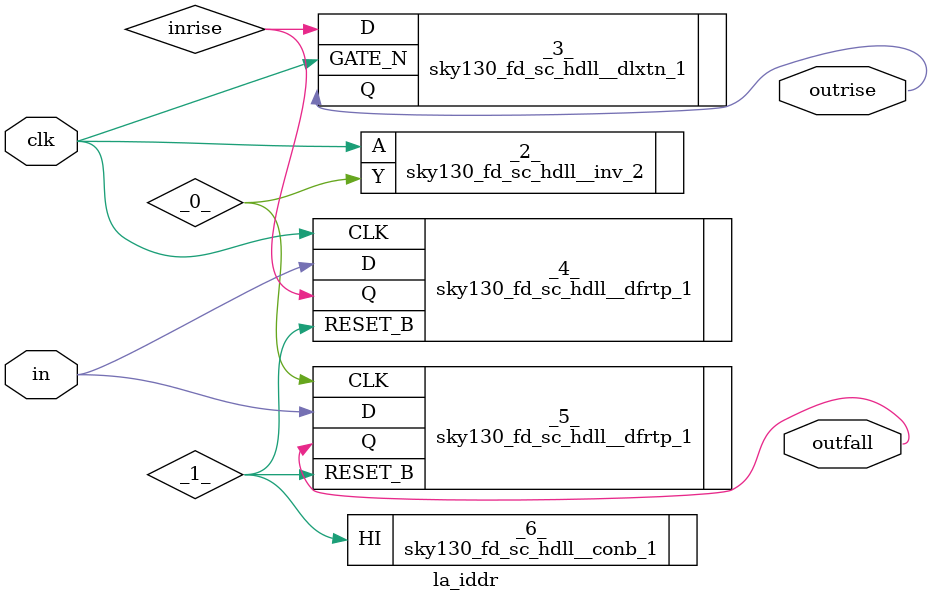
<source format=v>

/* Generated by Yosys 0.44 (git sha1 80ba43d26, g++ 11.4.0-1ubuntu1~22.04 -fPIC -O3) */

(* top =  1  *)
(* src = "inputs/la_iddr.v:10.1-29.10" *)
module la_iddr (
    clk,
    in,
    outrise,
    outfall
);
  wire _0_;
  wire _1_;
  (* src = "inputs/la_iddr.v:13.16-13.19" *)
  input clk;
  wire clk;
  (* src = "inputs/la_iddr.v:14.16-14.18" *)
  input in;
  wire in;
  (* src = "inputs/la_iddr.v:23.7-23.13" *)
  wire inrise;
  (* src = "inputs/la_iddr.v:16.16-16.23" *)
  output outfall;
  wire outfall;
  (* src = "inputs/la_iddr.v:15.16-15.23" *)
  output outrise;
  wire outrise;
  sky130_fd_sc_hdll__inv_2 _2_ (
      .A(clk),
      .Y(_0_)
  );
  (* module_not_derived = 32'b00000000000000000000000000000001 *)
      (* src = "inputs/la_iddr.v:27.3-27.55|/home/pgadfort/lambdapdk/lambdapdk/sky130/libs/sky130hdll/techmap/yosys/cells_latch.v:2.32-6.10" *)
  sky130_fd_sc_hdll__dlxtn_1 _3_ (
      .D(inrise),
      .GATE_N(clk),
      .Q(outrise)
  );
  (* src = "inputs/la_iddr.v:24.3-24.38" *)
  sky130_fd_sc_hdll__dfrtp_1 _4_ (
      .CLK(clk),
      .D(in),
      .Q(inrise),
      .RESET_B(_1_)
  );
  (* src = "inputs/la_iddr.v:20.3-20.39" *)
  sky130_fd_sc_hdll__dfrtp_1 _5_ (
      .CLK(_0_),
      .D(in),
      .Q(outfall),
      .RESET_B(_1_)
  );
  sky130_fd_sc_hdll__conb_1 _6_ (.HI(_1_));
endmodule

</source>
